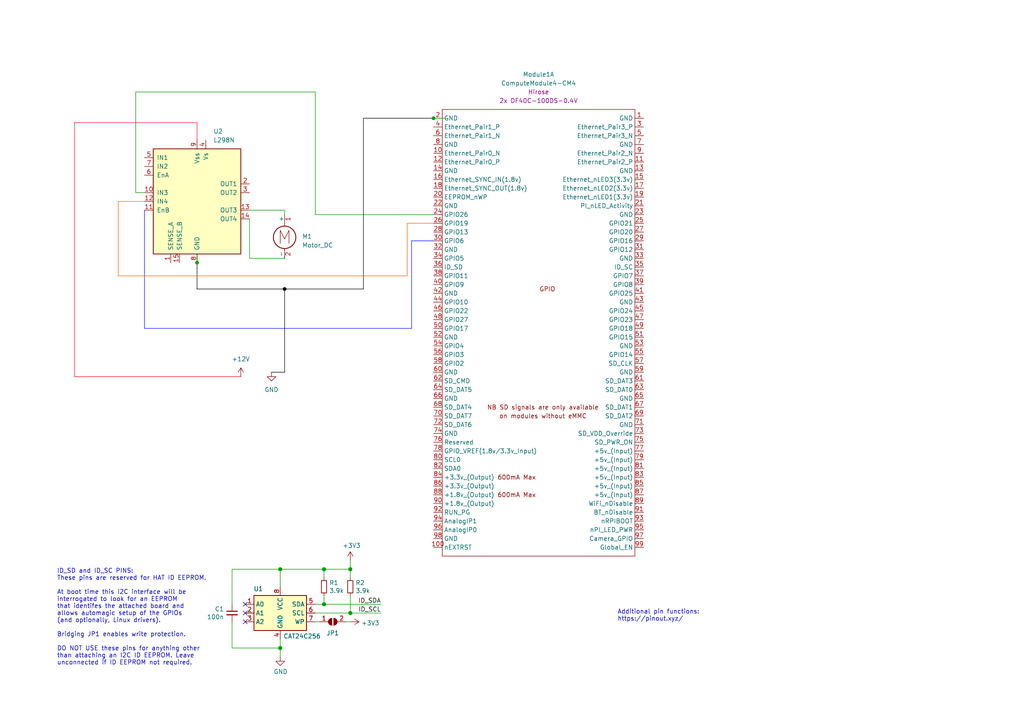
<source format=kicad_sch>
(kicad_sch (version 20231120) (generator "eeschema") (generator_version "8.0")
  (paper "A4")
  (title_block (date "15 nov 2012"))
  (lib_symbols
    (symbol "Device:C_Small" (pin_numbers hide) (pin_names (offset 0.254) hide)
      (property "Reference" "C" (at 0.254 1.778 0))
      (property "Value" "C_Small" (at 0.254 -2.032 0))
      (symbol "C_Small_0_1"
        (polyline (pts (xy -1.524 -0.508) (xy 1.524 -0.508)) (stroke (width 0.3302)))
        (polyline (pts (xy -1.524 0.508) (xy 1.524 0.508)) (stroke (width 0.3048)))
      )
      (symbol "C_Small_1_1"
        (pin passive line (at 0 2.54 270) (length 2.032) (name "~") (number "1"))
        (pin passive line (at 0 -2.54 90) (length 2.032) (name "~") (number "2"))
      )
    )
    (symbol "Device:R_Small" (pin_numbers hide) (pin_names (offset 0.254) hide)
      (property "Reference" "R" (at 0.762 0.508 0))
      (property "Value" "R_Small" (at 0.762 -1.016 0))
      (symbol "R_Small_0_1"
        (rectangle (start -0.762 1.778) (end 0.762 -1.778) (stroke (width 0.2032)))
      )
      (symbol "R_Small_1_1"
        (pin passive line (at 0 2.54 270) (length 0.762) (name "~") (number "1"))
        (pin passive line (at 0 -2.54 90) (length 0.762) (name "~") (number "2"))
      )
    )
    (symbol "Driver_Motor:L298N" (pin_names (offset 1.016))
      (property "Reference" "U" (at -10.16 16.51 0))
      (property "Value" "L298N" (at 12.7 16.51 0))
      (symbol "L298N_0_1"
        (rectangle (start -12.7 15.24) (end 12.7 -15.24) (stroke (width 0.254)) (fill (type background)))
      )
      (symbol "L298N_1_1"
        (pin power_in line (at -7.62 -17.78 90) (length 2.54) (name "SENSE_A") (number "1"))
        (pin input line (at -15.24 2.54 0) (length 2.54) (name "IN3") (number "10"))
        (pin input line (at -15.24 -2.54 0) (length 2.54) (name "EnB") (number "11"))
        (pin input line (at -15.24 0 0) (length 2.54) (name "IN4") (number "12"))
        (pin output line (at 15.24 -2.54 180) (length 2.54) (name "OUT3") (number "13"))
        (pin output line (at 15.24 -5.08 180) (length 2.54) (name "OUT4") (number "14"))
        (pin power_in line (at -5.08 -17.78 90) (length 2.54) (name "SENSE_B") (number "15"))
        (pin output line (at 15.24 5.08 180) (length 2.54) (name "OUT1") (number "2"))
        (pin output line (at 15.24 2.54 180) (length 2.54) (name "OUT2") (number "3"))
        (pin power_in line (at 2.54 17.78 270) (length 2.54) (name "Vs") (number "4"))
        (pin input line (at -15.24 12.7 0) (length 2.54) (name "IN1") (number "5"))
        (pin input line (at -15.24 7.62 0) (length 2.54) (name "EnA") (number "6"))
        (pin input line (at -15.24 10.16 0) (length 2.54) (name "IN2") (number "7"))
        (pin power_in line (at 0 -17.78 90) (length 2.54) (name "GND") (number "8"))
        (pin power_in line (at 0 17.78 270) (length 2.54) (name "Vss") (number "9"))
      )
    )
    (symbol "GND_1" (power) (pin_numbers hide) (pin_names (offset 0) hide)
      (property "Value" "GND" (at 0 -3.81 0))
      (symbol "GND_1_0_1"
        (polyline (pts (xy 0 0) (xy 0 -1.27) (xy 1.27 -1.27) (xy 0 -2.54) (xy -1.27 -1.27) (xy 0 -1.27)))
      )
      (symbol "GND_1_1_1"
        (pin power_in line (at 0 0 270) (length 0) (name "~") (number "1"))
      )
    )
    (symbol "Jumper:SolderJumper_2_Open" (pin_names (offset 0) hide)
      (property "Reference" "JP" (at 0 2.032 0))
      (property "Value" "SolderJumper_2_Open" (at 0 -2.54 0))
      (symbol "SolderJumper_2_Open_0_1"
        (arc (start -0.254 1.016) (mid -1.2656 0) (end -0.254 -1.016))
        (arc (start -0.254 1.016) (mid -1.2656 0) (end -0.254 -1.016) (fill (type outline)))
        (polyline (pts (xy -0.254 1.016) (xy -0.254 -1.016)))
        (polyline (pts (xy 0.254 1.016) (xy 0.254 -1.016)))
        (arc (start 0.254 -1.016) (mid 1.2656 0) (end 0.254 1.016))
        (arc (start 0.254 -1.016) (mid 1.2656 0) (end 0.254 1.016) (fill (type outline)))
      )
      (symbol "SolderJumper_2_Open_1_1"
        (pin passive line (at -3.81 0 0) (length 2.54) (name "A") (number "1"))
        (pin passive line (at 3.81 0 180) (length 2.54) (name "B") (number "2"))
      )
    )
    (symbol "Memory_EEPROM:CAT24C256"
      (property "Reference" "U" (at -6.35 6.35 0))
      (property "Value" "CAT24C256" (at 1.27 6.35 0))
      (symbol "CAT24C256_1_1"
        (rectangle (start -7.62 5.08) (end 7.62 -5.08) (stroke (width 0.254)) (fill (type background)))
        (pin input line (at -10.16 2.54 0) (length 2.54) (name "A0") (number "1"))
        (pin input line (at -10.16 0 0) (length 2.54) (name "A1") (number "2"))
        (pin input line (at -10.16 -2.54 0) (length 2.54) (name "A2") (number "3"))
        (pin power_in line (at 0 -7.62 90) (length 2.54) (name "GND") (number "4"))
        (pin bidirectional line (at 10.16 2.54 180) (length 2.54) (name "SDA") (number "5"))
        (pin input line (at 10.16 0 180) (length 2.54) (name "SCL") (number "6"))
        (pin input line (at 10.16 -2.54 180) (length 2.54) (name "WP") (number "7"))
        (pin power_in line (at 0 7.62 270) (length 2.54) (name "VCC") (number "8"))
      )
    )
    (symbol "Motor:Motor_DC" (pin_names (offset 0))
      (property "Reference" "M" (at 2.54 2.54 0))
      (property "Value" "Motor_DC" (at 2.54 -5.08 0))
      (symbol "Motor_DC_0_0"
        (polyline (pts (xy -1.27 -3.302) (xy -1.27 0.508) (xy 0 -2.032) (xy 1.27 0.508) (xy 1.27 -3.302)))
      )
      (symbol "Motor_DC_0_1"
        (circle (center 0 -1.524) (radius 3.2512) (stroke (width 0.254)))
        (polyline (pts (xy 0 -7.62) (xy 0 -7.112)))
        (polyline (pts (xy 0 -4.7752) (xy 0 -5.1816)))
        (polyline (pts (xy 0 1.7272) (xy 0 2.0828)))
        (polyline (pts (xy 0 2.032) (xy 0 2.54)))
      )
      (symbol "Motor_DC_1_1"
        (pin passive line (at 0 5.08 270) (length 2.54) (name "+") (number "1"))
        (pin passive line (at 0 -7.62 90) (length 2.54) (name "-") (number "2"))
      )
    )
    (symbol "power:+12V" (power) (pin_numbers hide) (pin_names (offset 0) hide)
      (property "Value" "+12V" (at 0 3.556 0))
      (symbol "+12V_0_1"
        (polyline (pts (xy -0.762 1.27) (xy 0 2.54)))
        (polyline (pts (xy 0 0) (xy 0 2.54)))
        (polyline (pts (xy 0 2.54) (xy 0.762 1.27)))
      )
      (symbol "+12V_1_1"
        (pin power_in line (at 0 0 90) (length 0) (name "~") (number "1"))
      )
    )
    (symbol "power:+3.3V" (power) (pin_names (offset 0))
      (property "Value" "+3.3V" (at 0 3.556 0))
      (symbol "+3.3V_0_1"
        (polyline (pts (xy -0.762 1.27) (xy 0 2.54)))
        (polyline (pts (xy 0 0) (xy 0 2.54)))
        (polyline (pts (xy 0 2.54) (xy 0.762 1.27)))
      )
      (symbol "+3.3V_1_1"
        (pin power_in line (at 0 0 90) (length 0) hide (name "+3V3") (number "1"))
      )
    )
    (symbol "power:GND" (power) (pin_names (offset 0))
      (property "Value" "GND" (at 0 -3.81 0))
      (symbol "GND_0_1"
        (polyline (pts (xy 0 0) (xy 0 -1.27) (xy 1.27 -1.27) (xy 0 -2.54) (xy -1.27 -1.27) (xy 0 -1.27)))
      )
      (symbol "GND_1_1"
        (pin power_in line (at 0 0 270) (length 0) hide (name "GND") (number "1"))
      )
    )
    (symbol "rpi 4:ComputeModule4-CM4"
      (property "Reference" "Module" (at 113.03 -68.58 0))
      (property "Value" "ComputeModule4-CM4" (at 140.97 2.54 0))
      (property "Field4" "Hirose" (at 0 0 0))
      (property "Field5" "2x DF40C-100DS-0.4V" (at 0 -2.54 0))
      (symbol "ComputeModule4-CM4_1_0"
        (text "GPIO" (at 0 6.35 0) (effects (font (size 1.27 1.27))))
      )
      (symbol "ComputeModule4-CM4_1_1"
        (rectangle (start -30.48 -71.12) (end 25.4 58.42))
        (text "600mA Max" (at -8.89 -53.34 0) (effects (font (size 1.27 1.27))))
        (text "600mA Max" (at -8.89 -48.26 0) (effects (font (size 1.27 1.27))))
        (text "NB SD signals are only available" (at -1.27 -27.94 0) (effects (font (size 1.27 1.27))))
        (text "on modules without eMMC" (at -1.27 -30.48 0) (effects (font (size 1.27 1.27))))
        (pin power_in line (at 27.94 55.88 180) (length 2.54) (name "GND") (number "1"))
        (pin passive line (at -33.02 45.72 0) (length 2.54) (name "Ethernet_Pair0_N") (number "10"))
        (pin output line (at -33.02 -68.58 0) (length 2.54) (name "nEXTRST") (number "100"))
        (pin passive line (at 27.94 43.18 180) (length 2.54) (name "Ethernet_Pair2_P") (number "11"))
        (pin passive line (at -33.02 43.18 0) (length 2.54) (name "Ethernet_Pair0_P") (number "12"))
        (pin power_in line (at 27.94 40.64 180) (length 2.54) (name "GND") (number "13"))
        (pin power_in line (at -33.02 40.64 0) (length 2.54) (name "GND") (number "14"))
        (pin output line (at 27.94 38.1 180) (length 2.54) (name "Ethernet_nLED3(3.3v)") (number "15"))
        (pin input line (at -33.02 38.1 0) (length 2.54) (name "Ethernet_SYNC_IN(1.8v)") (number "16"))
        (pin output line (at 27.94 35.56 180) (length 2.54) (name "Ethernet_nLED2(3.3v)") (number "17"))
        (pin input line (at -33.02 35.56 0) (length 2.54) (name "Ethernet_SYNC_OUT(1.8v)") (number "18"))
        (pin output line (at 27.94 33.02 180) (length 2.54) (name "Ethernet_nLED1(3.3v)") (number "19"))
        (pin power_in line (at -33.02 55.88 0) (length 2.54) (name "GND") (number "2"))
        (pin passive line (at -33.02 33.02 0) (length 2.54) (name "EEPROM_nWP") (number "20"))
        (pin open_collector line (at 27.94 30.48 180) (length 2.54) (name "PI_nLED_Activity") (number "21"))
        (pin power_in line (at -33.02 30.48 0) (length 2.54) (name "GND") (number "22"))
        (pin power_in line (at 27.94 27.94 180) (length 2.54) (name "GND") (number "23"))
        (pin passive line (at -33.02 27.94 0) (length 2.54) (name "GPIO26") (number "24"))
        (pin passive line (at 27.94 25.4 180) (length 2.54) (name "GPIO21") (number "25"))
        (pin passive line (at -33.02 25.4 0) (length 2.54) (name "GPIO19") (number "26"))
        (pin passive line (at 27.94 22.86 180) (length 2.54) (name "GPIO20") (number "27"))
        (pin passive line (at -33.02 22.86 0) (length 2.54) (name "GPIO13") (number "28"))
        (pin passive line (at 27.94 20.32 180) (length 2.54) (name "GPIO16") (number "29"))
        (pin passive line (at 27.94 53.34 180) (length 2.54) (name "Ethernet_Pair3_P") (number "3"))
        (pin passive line (at -33.02 20.32 0) (length 2.54) (name "GPIO6") (number "30"))
        (pin passive line (at 27.94 17.78 180) (length 2.54) (name "GPIO12") (number "31"))
        (pin power_in line (at -33.02 17.78 0) (length 2.54) (name "GND") (number "32"))
        (pin power_in line (at 27.94 15.24 180) (length 2.54) (name "GND") (number "33"))
        (pin passive line (at -33.02 15.24 0) (length 2.54) (name "GPIO5") (number "34"))
        (pin passive line (at 27.94 12.7 180) (length 2.54) (name "ID_SC") (number "35"))
        (pin passive line (at -33.02 12.7 0) (length 2.54) (name "ID_SD") (number "36"))
        (pin passive line (at 27.94 10.16 180) (length 2.54) (name "GPIO7") (number "37"))
        (pin passive line (at -33.02 10.16 0) (length 2.54) (name "GPIO11") (number "38"))
        (pin passive line (at 27.94 7.62 180) (length 2.54) (name "GPIO8") (number "39"))
        (pin passive line (at -33.02 53.34 0) (length 2.54) (name "Ethernet_Pair1_P") (number "4"))
        (pin passive line (at -33.02 7.62 0) (length 2.54) (name "GPIO9") (number "40"))
        (pin passive line (at 27.94 5.08 180) (length 2.54) (name "GPIO25") (number "41"))
        (pin power_in line (at -33.02 5.08 0) (length 2.54) (name "GND") (number "42"))
        (pin power_in line (at 27.94 2.54 180) (length 2.54) (name "GND") (number "43"))
        (pin passive line (at -33.02 2.54 0) (length 2.54) (name "GPIO10") (number "44"))
        (pin passive line (at 27.94 0 180) (length 2.54) (name "GPIO24") (number "45"))
        (pin passive line (at -33.02 0 0) (length 2.54) (name "GPIO22") (number "46"))
        (pin passive line (at 27.94 -2.54 180) (length 2.54) (name "GPIO23") (number "47"))
        (pin passive line (at -33.02 -2.54 0) (length 2.54) (name "GPIO27") (number "48"))
        (pin passive line (at 27.94 -5.08 180) (length 2.54) (name "GPIO18") (number "49"))
        (pin passive line (at 27.94 50.8 180) (length 2.54) (name "Ethernet_Pair3_N") (number "5"))
        (pin passive line (at -33.02 -5.08 0) (length 2.54) (name "GPIO17") (number "50"))
        (pin passive line (at 27.94 -7.62 180) (length 2.54) (name "GPIO15") (number "51"))
        (pin power_in line (at -33.02 -7.62 0) (length 2.54) (name "GND") (number "52"))
        (pin power_in line (at 27.94 -10.16 180) (length 2.54) (name "GND") (number "53"))
        (pin passive line (at -33.02 -10.16 0) (length 2.54) (name "GPIO4") (number "54"))
        (pin passive line (at 27.94 -12.7 180) (length 2.54) (name "GPIO14") (number "55"))
        (pin passive line (at -33.02 -12.7 0) (length 2.54) (name "GPIO3") (number "56"))
        (pin passive line (at 27.94 -15.24 180) (length 2.54) (name "SD_CLK") (number "57"))
        (pin passive line (at -33.02 -15.24 0) (length 2.54) (name "GPIO2") (number "58"))
        (pin power_in line (at 27.94 -17.78 180) (length 2.54) (name "GND") (number "59"))
        (pin passive line (at -33.02 50.8 0) (length 2.54) (name "Ethernet_Pair1_N") (number "6"))
        (pin power_in line (at -33.02 -17.78 0) (length 2.54) (name "GND") (number "60"))
        (pin passive line (at 27.94 -20.32 180) (length 2.54) (name "SD_DAT3") (number "61"))
        (pin passive line (at -33.02 -20.32 0) (length 2.54) (name "SD_CMD") (number "62"))
        (pin passive line (at 27.94 -22.86 180) (length 2.54) (name "SD_DAT0") (number "63"))
        (pin passive line (at -33.02 -22.86 0) (length 2.54) (name "SD_DAT5") (number "64"))
        (pin power_in line (at 27.94 -25.4 180) (length 2.54) (name "GND") (number "65"))
        (pin power_in line (at -33.02 -25.4 0) (length 2.54) (name "GND") (number "66"))
        (pin passive line (at 27.94 -27.94 180) (length 2.54) (name "SD_DAT1") (number "67"))
        (pin passive line (at -33.02 -27.94 0) (length 2.54) (name "SD_DAT4") (number "68"))
        (pin passive line (at 27.94 -30.48 180) (length 2.54) (name "SD_DAT2") (number "69"))
        (pin power_in line (at 27.94 48.26 180) (length 2.54) (name "GND") (number "7"))
        (pin passive line (at -33.02 -30.48 0) (length 2.54) (name "SD_DAT7") (number "70"))
        (pin power_in line (at 27.94 -33.02 180) (length 2.54) (name "GND") (number "71"))
        (pin passive line (at -33.02 -33.02 0) (length 2.54) (name "SD_DAT6") (number "72"))
        (pin input line (at 27.94 -35.56 180) (length 2.54) (name "SD_VDD_Override") (number "73"))
        (pin power_in line (at -33.02 -35.56 0) (length 2.54) (name "GND") (number "74"))
        (pin output line (at 27.94 -38.1 180) (length 2.54) (name "SD_PWR_ON") (number "75"))
        (pin passive line (at -33.02 -38.1 0) (length 2.54) (name "Reserved") (number "76"))
        (pin power_in line (at 27.94 -40.64 180) (length 2.54) (name "+5v_(Input)") (number "77"))
        (pin power_in line (at -33.02 -40.64 0) (length 2.54) (name "GPIO_VREF(1.8v/3.3v_Input)") (number "78"))
        (pin power_in line (at 27.94 -43.18 180) (length 2.54) (name "+5v_(Input)") (number "79"))
        (pin power_in line (at -33.02 48.26 0) (length 2.54) (name "GND") (number "8"))
        (pin passive line (at -33.02 -43.18 0) (length 2.54) (name "SCL0") (number "80"))
        (pin power_in line (at 27.94 -45.72 180) (length 2.54) (name "+5v_(Input)") (number "81"))
        (pin passive line (at -33.02 -45.72 0) (length 2.54) (name "SDA0") (number "82"))
        (pin power_in line (at 27.94 -48.26 180) (length 2.54) (name "+5v_(Input)") (number "83"))
        (pin power_out line (at -33.02 -48.26 0) (length 2.54) (name "+3.3v_(Output)") (number "84"))
        (pin power_in line (at 27.94 -50.8 180) (length 2.54) (name "+5v_(Input)") (number "85"))
        (pin power_out line (at -33.02 -50.8 0) (length 2.54) (name "+3.3v_(Output)") (number "86"))
        (pin power_in line (at 27.94 -53.34 180) (length 2.54) (name "+5v_(Input)") (number "87"))
        (pin power_out line (at -33.02 -53.34 0) (length 2.54) (name "+1.8v_(Output)") (number "88"))
        (pin power_in line (at 27.94 -55.88 180) (length 2.54) (name "WiFi_nDisable") (number "89"))
        (pin passive line (at 27.94 45.72 180) (length 2.54) (name "Ethernet_Pair2_N") (number "9"))
        (pin power_out line (at -33.02 -55.88 0) (length 2.54) (name "+1.8v_(Output)") (number "90"))
        (pin power_in line (at 27.94 -58.42 180) (length 2.54) (name "BT_nDisable") (number "91"))
        (pin passive line (at -33.02 -58.42 0) (length 2.54) (name "RUN_PG") (number "92"))
        (pin input line (at 27.94 -60.96 180) (length 2.54) (name "nRPIBOOT") (number "93"))
        (pin passive line (at -33.02 -60.96 0) (length 2.54) (name "AnalogIP1") (number "94"))
        (pin output line (at 27.94 -63.5 180) (length 2.54) (name "nPI_LED_PWR") (number "95"))
        (pin passive line (at -33.02 -63.5 0) (length 2.54) (name "AnalogIP0") (number "96"))
        (pin passive line (at 27.94 -66.04 180) (length 2.54) (name "Camera_GPIO") (number "97"))
        (pin power_in line (at -33.02 -66.04 0) (length 2.54) (name "GND") (number "98"))
        (pin input line (at 27.94 -68.58 180) (length 2.54) (name "Global_EN") (number "99"))
      )
      (symbol "ComputeModule4-CM4_2_1"
        (rectangle (start 114.3 -66.04) (end 165.1 63.5))
        (text "High Speed Serial" (at 140.97 0 0) (effects (font (size 1.27 1.27))))
        (pin input line (at 170.18 60.96 180) (length 5.08) (name "USB_OTG_ID") (number "101"))
        (pin input line (at 109.22 60.96 0) (length 5.08) (name "PCIe_CLK_nREQ") (number "102"))
        (pin passive line (at 170.18 58.42 180) (length 5.08) (name "USB2_N") (number "103"))
        (pin passive line (at 109.22 58.42 0) (length 5.08) (name "Reserved") (number "104"))
        (pin passive line (at 170.18 55.88 180) (length 5.08) (name "USB2_P") (number "105"))
        (pin passive line (at 109.22 55.88 0) (length 5.08) (name "Reserved") (number "106"))
        (pin power_in line (at 170.18 53.34 180) (length 5.08) (name "GND") (number "107"))
        (pin power_in line (at 109.22 53.34 0) (length 5.08) (name "GND") (number "108"))
        (pin bidirectional line (at 170.18 50.8 180) (length 5.08) (name "PCIe_nRST") (number "109"))
        (pin output line (at 109.22 50.8 0) (length 5.08) (name "PCIe_CLK_P") (number "110"))
        (pin passive line (at 170.18 48.26 180) (length 5.08) (name "VDAC_COMP") (number "111"))
        (pin output line (at 109.22 48.26 0) (length 5.08) (name "PCIe_CLK_N") (number "112"))
        (pin power_in line (at 170.18 45.72 180) (length 5.08) (name "GND") (number "113"))
        (pin power_in line (at 109.22 45.72 0) (length 5.08) (name "GND") (number "114"))
        (pin input line (at 170.18 43.18 180) (length 5.08) (name "CAM1_D0_N") (number "115"))
        (pin input line (at 109.22 43.18 0) (length 5.08) (name "PCIe_RX_P") (number "116"))
        (pin input line (at 170.18 40.64 180) (length 5.08) (name "CAM1_D0_P") (number "117"))
        (pin input line (at 109.22 40.64 0) (length 5.08) (name "PCIe_RX_N") (number "118"))
        (pin power_in line (at 170.18 38.1 180) (length 5.08) (name "GND") (number "119"))
        (pin power_in line (at 109.22 38.1 0) (length 5.08) (name "GND") (number "120"))
        (pin input line (at 170.18 35.56 180) (length 5.08) (name "CAM1_D1_N") (number "121"))
        (pin output line (at 109.22 35.56 0) (length 5.08) (name "PCIe_TX_P") (number "122"))
        (pin input line (at 170.18 33.02 180) (length 5.08) (name "CAM1_D1_P") (number "123"))
        (pin output line (at 109.22 33.02 0) (length 5.08) (name "PCIe_TX_N") (number "124"))
        (pin power_in line (at 170.18 30.48 180) (length 5.08) (name "GND") (number "125"))
        (pin power_in line (at 109.22 30.48 0) (length 5.08) (name "GND") (number "126"))
        (pin input line (at 170.18 27.94 180) (length 5.08) (name "CAM1_C_N") (number "127"))
        (pin input line (at 109.22 27.94 0) (length 5.08) (name "CAM0_D0_N") (number "128"))
        (pin input line (at 170.18 25.4 180) (length 5.08) (name "CAM1_C_P") (number "129"))
        (pin input line (at 109.22 25.4 0) (length 5.08) (name "CAM0_D0_P") (number "130"))
        (pin power_in line (at 170.18 22.86 180) (length 5.08) (name "GND") (number "131"))
        (pin power_in line (at 109.22 22.86 0) (length 5.08) (name "GND") (number "132"))
        (pin input line (at 170.18 20.32 180) (length 5.08) (name "CAM1_D2_N") (number "133"))
        (pin input line (at 109.22 20.32 0) (length 5.08) (name "CAM0_D1_N") (number "134"))
        (pin input line (at 170.18 17.78 180) (length 5.08) (name "CAM1_D2_P") (number "135"))
        (pin input line (at 109.22 17.78 0) (length 5.08) (name "CAM0_D1_P") (number "136"))
        (pin power_in line (at 170.18 15.24 180) (length 5.08) (name "GND") (number "137"))
        (pin power_in line (at 109.22 15.24 0) (length 5.08) (name "GND") (number "138"))
        (pin input line (at 170.18 12.7 180) (length 5.08) (name "CAM1_D3_N") (number "139"))
        (pin input line (at 109.22 12.7 0) (length 5.08) (name "CAM0_C_N") (number "140"))
        (pin input line (at 170.18 10.16 180) (length 5.08) (name "CAM1_D3_P") (number "141"))
        (pin input line (at 109.22 10.16 0) (length 5.08) (name "CAM0_C_P") (number "142"))
        (pin input line (at 170.18 7.62 180) (length 5.08) (name "HDMI1_HOTPLUG") (number "143"))
        (pin power_in line (at 109.22 7.62 0) (length 5.08) (name "GND") (number "144"))
        (pin bidirectional line (at 170.18 5.08 180) (length 5.08) (name "HDMI1_SDA") (number "145"))
        (pin output line (at 109.22 5.08 0) (length 5.08) (name "HDMI1_TX2_P") (number "146"))
        (pin open_collector line (at 170.18 2.54 180) (length 5.08) (name "HDMI1_SCL") (number "147"))
        (pin output line (at 109.22 2.54 0) (length 5.08) (name "HDMI1_TX2_N") (number "148"))
        (pin open_collector line (at 170.18 0 180) (length 5.08) (name "HDMI1_CEC") (number "149"))
        (pin power_in line (at 109.22 0 0) (length 5.08) (name "GND") (number "150"))
        (pin open_collector line (at 170.18 -2.54 180) (length 5.08) (name "HDMI0_CEC") (number "151"))
        (pin output line (at 109.22 -2.54 0) (length 5.08) (name "HDMI1_TX1_P") (number "152"))
        (pin input line (at 170.18 -5.08 180) (length 5.08) (name "HDMI0_HOTPLUG") (number "153"))
        (pin output line (at 109.22 -5.08 0) (length 5.08) (name "HDMI1_TX1_N") (number "154"))
        (pin power_in line (at 170.18 -7.62 180) (length 5.08) (name "GND") (number "155"))
        (pin power_in line (at 109.22 -7.62 0) (length 5.08) (name "GND") (number "156"))
        (pin output line (at 170.18 -10.16 180) (length 5.08) (name "DSI0_D0_N") (number "157"))
        (pin output line (at 109.22 -10.16 0) (length 5.08) (name "HDMI1_TX0_P") (number "158"))
        (pin output line (at 170.18 -12.7 180) (length 5.08) (name "DSI0_D0_P") (number "159"))
        (pin output line (at 109.22 -12.7 0) (length 5.08) (name "HDMI1_TX0_N") (number "160"))
        (pin power_in line (at 170.18 -15.24 180) (length 5.08) (name "GND") (number "161"))
        (pin power_in line (at 109.22 -15.24 0) (length 5.08) (name "GND") (number "162"))
        (pin output line (at 170.18 -17.78 180) (length 5.08) (name "DSI0_D1_N") (number "163"))
        (pin output line (at 109.22 -17.78 0) (length 5.08) (name "HDMI1_CLK_P") (number "164"))
        (pin output line (at 170.18 -20.32 180) (length 5.08) (name "DSI0_D1_P") (number "165"))
        (pin output line (at 109.22 -20.32 0) (length 5.08) (name "HDMI1_CLK_N") (number "166"))
        (pin power_in line (at 170.18 -22.86 180) (length 5.08) (name "GND") (number "167"))
        (pin power_in line (at 109.22 -22.86 0) (length 5.08) (name "GND") (number "168"))
        (pin output line (at 170.18 -25.4 180) (length 5.08) (name "DSI0_C_N") (number "169"))
        (pin output line (at 109.22 -25.4 0) (length 5.08) (name "HDMI0_TX2_P") (number "170"))
        (pin output line (at 170.18 -27.94 180) (length 5.08) (name "DSI0_C_P") (number "171"))
        (pin output line (at 109.22 -27.94 0) (length 5.08) (name "HDMI0_TX2_N") (number "172"))
        (pin power_in line (at 170.18 -30.48 180) (length 5.08) (name "GND") (number "173"))
        (pin power_in line (at 109.22 -30.48 0) (length 5.08) (name "GND") (number "174"))
        (pin output line (at 170.18 -33.02 180) (length 5.08) (name "DSI1_D0_N") (number "175"))
        (pin output line (at 109.22 -33.02 0) (length 5.08) (name "HDMI0_TX1_P") (number "176"))
        (pin output line (at 170.18 -35.56 180) (length 5.08) (name "DSI1_D0_P") (number "177"))
        (pin output line (at 109.22 -35.56 0) (length 5.08) (name "HDMI0_TX1_N") (number "178"))
        (pin power_in line (at 170.18 -38.1 180) (length 5.08) (name "GND") (number "179"))
        (pin power_in line (at 109.22 -38.1 0) (length 5.08) (name "GND") (number "180"))
        (pin output line (at 170.18 -40.64 180) (length 5.08) (name "DSI1_D1_N") (number "181"))
        (pin output line (at 109.22 -40.64 0) (length 5.08) (name "HDMI0_TX0_P") (number "182"))
        (pin output line (at 170.18 -43.18 180) (length 5.08) (name "DSI1_D1_P") (number "183"))
        (pin output line (at 109.22 -43.18 0) (length 5.08) (name "HDMI0_TX0_N") (number "184"))
        (pin power_in line (at 170.18 -45.72 180) (length 5.08) (name "GND") (number "185"))
        (pin power_in line (at 109.22 -45.72 0) (length 5.08) (name "GND") (number "186"))
        (pin output line (at 170.18 -48.26 180) (length 5.08) (name "DSI1_C_N") (number "187"))
        (pin output line (at 109.22 -48.26 0) (length 5.08) (name "HDMI0_CLK_P") (number "188"))
        (pin output line (at 170.18 -50.8 180) (length 5.08) (name "DSI1_C_P") (number "189"))
        (pin output line (at 109.22 -50.8 0) (length 5.08) (name "HDMI0_CLK_N") (number "190"))
        (pin power_in line (at 170.18 -53.34 180) (length 5.08) (name "GND") (number "191"))
        (pin power_in line (at 109.22 -53.34 0) (length 5.08) (name "GND") (number "192"))
        (pin output line (at 170.18 -55.88 180) (length 5.08) (name "DSI1_D2_N") (number "193"))
        (pin output line (at 109.22 -55.88 0) (length 5.08) (name "DSI1_D3_N") (number "194"))
        (pin output line (at 170.18 -58.42 180) (length 5.08) (name "DSI1_D2_P") (number "195"))
        (pin output line (at 109.22 -58.42 0) (length 5.08) (name "DSI1_D3_P") (number "196"))
        (pin power_in line (at 170.18 -60.96 180) (length 5.08) (name "GND") (number "197"))
        (pin power_in line (at 109.22 -60.96 0) (length 5.08) (name "GND") (number "198"))
        (pin bidirectional line (at 170.18 -63.5 180) (length 5.08) (name "HDMI0_SDA") (number "199"))
        (pin open_collector line (at 109.22 -63.5 0) (length 5.08) (name "HDMI0_SCL") (number "200"))
      )
    )
  )
  (junction (at 93.98 175.26) (diameter 1.016))
  (junction (at 125.73 34.29))
  (junction (at 81.28 187.96) (diameter 1.016))
  (junction (at 81.28 165.1) (diameter 1.016))
  (junction (at 101.6 165.1) (diameter 1.016))
  (junction (at 82.55 83.82) (color 0 0 0 1))
  (junction (at 57.15 76.2))
  (junction (at 101.6 177.8) (diameter 1.016))
  (junction (at 93.98 165.1) (diameter 1.016))
  (no_connect (at 71.12 175.26))
  (no_connect (at 71.12 177.8))
  (no_connect (at 71.12 180.34))
  (wire (pts (xy 57.15 35.56) (xy 57.15 40.64)) (stroke (width 0) (color 255 9 57 1)))
  (wire (pts (xy 91.44 26.67) (xy 91.44 62.23)))
  (wire (pts (xy 81.28 165.1) (xy 93.98 165.1)))
  (wire (pts (xy 101.6 165.1) (xy 93.98 165.1)))
  (wire (pts (xy 101.6 167.64) (xy 101.6 165.1)))
  (wire (pts (xy 57.15 73.66) (xy 57.15 76.2)))
  (wire (pts (xy 125.73 34.29) (xy 129.54 34.29)))
  (wire (pts (xy 105.41 83.82) (xy 105.41 34.29)) (stroke (width 0) (color 0 0 0 1)))
  (wire (pts (xy 57.15 83.82) (xy 82.55 83.82)) (stroke (width 0) (color 0 0 0 1)))
  (wire (pts (xy 91.44 62.23) (xy 125.73 62.23)))
  (wire (pts (xy 118.11 80.01) (xy 118.11 64.77)) (stroke (width 0) (color 255 95 4 1)))
  (wire (pts (xy 91.44 175.26) (xy 93.98 175.26)))
  (wire (pts (xy 93.98 175.26) (xy 110.49 175.26)))
  (wire (pts (xy 21.59 109.22) (xy 69.85 109.22)) (stroke (width 0) (color 255 0 9 1)))
  (wire (pts (xy 91.44 180.34) (xy 92.71 180.34)))
  (wire (pts (xy 100.33 180.34) (xy 101.6 180.34)))
  (wire (pts (xy 72.39 63.5) (xy 72.39 74.93)))
  (wire (pts (xy 41.91 58.42) (xy 34.29 58.42)) (stroke (width 0) (color 255 95 4 1)))
  (wire (pts (xy 101.6 162.56) (xy 101.6 165.1)))
  (wire (pts (xy 81.28 165.1) (xy 81.28 170.18)))
  (wire (pts (xy 34.29 80.01) (xy 118.11 80.01)) (stroke (width 0) (color 255 95 4 1)))
  (wire (pts (xy 101.6 172.72) (xy 101.6 177.8)))
  (wire (pts (xy 57.15 76.2) (xy 57.15 83.82)) (stroke (width 0) (color 0 0 0 1)))
  (wire (pts (xy 41.91 55.88) (xy 39.37 55.88)))
  (wire (pts (xy 72.39 60.96) (xy 82.55 60.96)))
  (wire (pts (xy 21.59 109.22) (xy 21.59 35.56)) (stroke (width 0) (color 255 9 57 1)))
  (wire (pts (xy 39.37 26.67) (xy 91.44 26.67)))
  (wire (pts (xy 93.98 165.1) (xy 93.98 167.64)))
  (wire (pts (xy 93.98 172.72) (xy 93.98 175.26)))
  (wire (pts (xy 72.39 74.93) (xy 82.55 74.93)))
  (wire (pts (xy 91.44 177.8) (xy 101.6 177.8)))
  (wire (pts (xy 101.6 177.8) (xy 110.49 177.8)))
  (wire (pts (xy 119.38 69.85) (xy 125.73 69.85)) (stroke (width 0) (color 1 10 255 1)))
  (wire (pts (xy 119.38 95.25) (xy 119.38 69.85)) (stroke (width 0) (color 1 10 255 1)))
  (wire (pts (xy 82.55 83.82) (xy 105.41 83.82)) (stroke (width 0) (color 0 0 0 1)))
  (wire (pts (xy 82.55 107.95) (xy 82.55 83.82)) (stroke (width 0) (color 0 0 0 1)))
  (wire (pts (xy 41.91 60.96) (xy 41.91 95.25)) (stroke (width 0) (color 1 10 255 1)))
  (wire (pts (xy 78.74 107.95) (xy 82.55 107.95)) (stroke (width 0) (color 0 0 0 1)))
  (wire (pts (xy 21.59 35.56) (xy 57.15 35.56)) (stroke (width 0) (color 255 9 57 1)))
  (wire (pts (xy 67.31 165.1) (xy 67.31 175.26)))
  (wire (pts (xy 67.31 180.34) (xy 67.31 187.96)))
  (wire (pts (xy 67.31 187.96) (xy 81.28 187.96)))
  (wire (pts (xy 81.28 165.1) (xy 67.31 165.1)))
  (wire (pts (xy 81.28 185.42) (xy 81.28 187.96)))
  (wire (pts (xy 81.28 187.96) (xy 81.28 190.5)))
  (wire (pts (xy 118.11 64.77) (xy 125.73 64.77)) (stroke (width 0) (color 255 95 4 1)))
  (wire (pts (xy 41.91 95.25) (xy 119.38 95.25)) (stroke (width 0) (color 1 10 255 1)))
  (wire (pts (xy 82.55 60.96) (xy 82.55 62.23)))
  (wire (pts (xy 105.41 34.29) (xy 125.73 34.29)) (stroke (width 0) (color 0 0 0 1)))
  (wire (pts (xy 34.29 58.42) (xy 34.29 80.01)) (stroke (width 0) (color 255 95 4 1)))
  (wire (pts (xy 39.37 55.88) (xy 39.37 26.67)))
  (text "Additional pin functions:\nhttps://pinout.xyz/" (at 179.07 180.34 0) (effects (font (size 1.27 1.27)) (justify left bottom)))
  (text "ID_SD and ID_SC PINS:\nThese pins are reserved for HAT ID EEPROM.\n\nAt boot time this I2C interface will be\ninterrogated to look for an EEPROM\nthat identifes the attached board and\nallows automagic setup of the GPIOs\n(and optionally, Linux drivers).\n\nBridging JP1 enables write protection.\n\nDO NOT USE these pins for anything other\nthan attaching an I2C ID EEPROM. Leave\nunconnected if ID EEPROM not required." (at 16.51 193.04 0) (effects (font (size 1.27 1.27)) (justify left bottom)))
  (label "ID_SDA" (at 110.49 175.26 180))
  (label "ID_SCL" (at 110.49 177.8 180))
  (symbol (lib_id "Device:C_Small") (at 67.31 177.8 0) (unit 1)
    (property "Reference" "C1" (at 64.9858 176.6506 0) (effects (justify right)))
    (property "Value" "100n" (at 64.9858 178.9493 0) (effects (justify right)))
  )
  (symbol (lib_id "Driver_Motor:L298N") (at 57.15 58.42 0) (unit 1)
    (property "Reference" "U2" (at 61.8841 38.1 0) (effects (justify left)))
    (property "Value" "L298N" (at 61.8841 40.64 0) (effects (justify left)))
    (property "Footprint" "Package_TO_SOT_THT:TO-220-15_P2.54x2.54mm_StaggerOdd_Lead4.58mm_Vertical" (effects (hide yes)))
    (property "Datasheet" "http://www.st.com/st-web-ui/static/active/en/resource/technical/document/datasheet/CD00000240.pdf" (effects (hide yes)))
    (property "Description" "Dual full bridge motor driver, up to 46V, 4A, Multiwatt15-V" (effects (hide yes)))
  )
  (symbol (lib_id "Device:R_Small") (at 93.98 170.18 0) (unit 1)
    (property "Reference" "R1" (at 95.4786 169.037 0) (effects (justify left)))
    (property "Value" "3.9k" (at 95.4787 171.3293 0) (effects (justify left)))
  )
  (symbol (lib_id "Jumper:SolderJumper_2_Open") (at 96.52 180.34 0) (unit 1)
    (property "Reference" "JP1" (at 96.52 183.623 0))
    (property "Value" "ID_WP" (effects (hide yes)))
  )
  (symbol (lib_id "Motor:Motor_DC") (at 82.55 67.31 0) (unit 1)
    (property "Reference" "M1" (at 87.63 68.5799 0) (effects (justify left)))
    (property "Value" "Motor_DC" (at 87.63 71.1199 0) (effects (justify left)))
    (property "Description" "DC Motor" (effects (hide yes)))
  )
  (symbol (lib_name "GND_1") (lib_id "power:GND") (at 78.74 107.95 0) (unit 1)
    (property "Reference" "#PWR02" (effects (hide yes)))
    (property "Value" "GND" (at 78.74 113.03 0))
    (property "Description" "Power symbol creates a global label with name \"GND\" , ground" (effects (hide yes)))
  )
  (symbol (lib_id "Device:R_Small") (at 101.6 170.18 0) (unit 1)
    (property "Reference" "R2" (at 103.0986 169.037 0) (effects (justify left)))
    (property "Value" "3.9k" (at 103.0987 171.3293 0) (effects (justify left)))
  )
  (symbol (lib_id "power:+3.3V") (at 101.6 162.56 0) (unit 1)
    (property "Reference" "#PWR0101" (effects (hide yes)))
    (property "Value" "+3V3" (at 101.9683 158.2356 0))
  )
  (symbol (lib_id "Memory_EEPROM:CAT24C256") (at 81.28 177.8 0) (unit 1)
    (property "Reference" "U1" (at 74.93 170.7958 0))
    (property "Value" "CAT24C256" (at 87.63 184.5245 0))
    (property "Datasheet" "https://www.onsemi.cn/PowerSolutions/document/CAT24C256-D.PDF" (effects (hide yes)))
  )
  (symbol (lib_id "power:GND") (at 81.28 190.5 0) (unit 1)
    (property "Reference" "#PWR0102" (effects (hide yes)))
    (property "Value" "GND" (at 81.3943 194.8244 0))
  )
  (symbol (lib_id "power:+3.3V") (at 101.6 180.34 270) (unit 1)
    (property "Reference" "#PWR0103" (effects (hide yes)))
    (property "Value" "+3V3" (at 104.7751 180.7083 90) (effects (justify left)))
  )
  (symbol (lib_id "rpi 4:ComputeModule4-CM4") (at 158.75 90.17 0) (unit 1)
    (property "Reference" "Module1" (at 156.21 21.59 0))
    (property "Value" "ComputeModule4-CM4" (at 156.21 24.13 0))
    (property "Footprint" "CM4IO:Raspberry-Pi-4-Compute-Module" (effects (hide yes)))
    (property "Field4" "Hirose" (at 156.21 26.67 0))
    (property "Field5" "2x DF40C-100DS-0.4V" (at 156.21 29.21 0))
  )
  (symbol (lib_id "power:+12V") (at 69.85 109.22 0) (unit 1)
    (property "Reference" "#PWR01" (effects (hide yes)))
    (property "Value" "+12V" (at 69.85 104.14 0))
    (property "Description" "Power symbol creates a global label with name \"+12V\"" (effects (hide yes)))
  )
)
</source>
